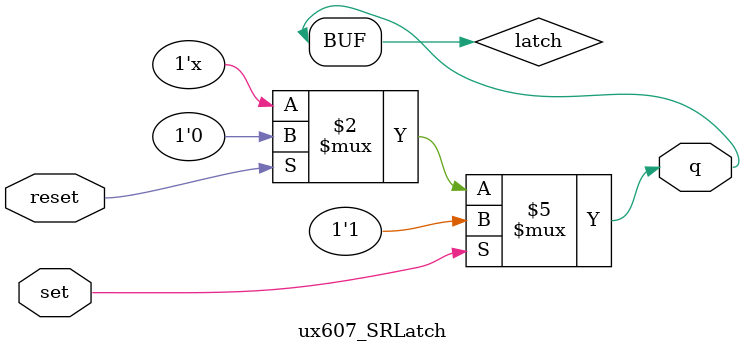
<source format=v>
module ux607_SRLatch (
  input set,
  input reset,
  output q
);

  reg latch;

  
  
  always @(set or reset)
  begin
    if (set)
      latch <= 1'b1;
    else if (reset)
      latch <= 1'b0;
  end

  assign q = latch;

endmodule

</source>
